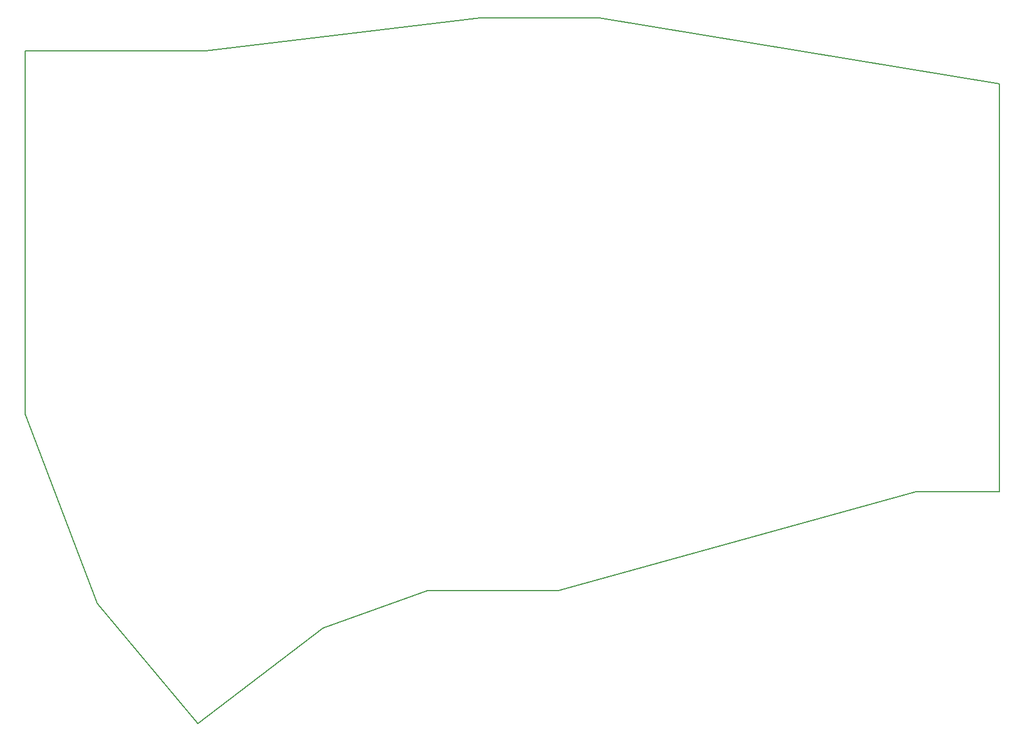
<source format=gbr>
%TF.GenerationSoftware,KiCad,Pcbnew,9.0.3*%
%TF.CreationDate,2025-09-27T17:44:53-06:00*%
%TF.ProjectId,right_connected,72696768-745f-4636-9f6e-6e6563746564,v1.0.0*%
%TF.SameCoordinates,Original*%
%TF.FileFunction,Profile,NP*%
%FSLAX46Y46*%
G04 Gerber Fmt 4.6, Leading zero omitted, Abs format (unit mm)*
G04 Created by KiCad (PCBNEW 9.0.3) date 2025-09-27 17:44:53*
%MOMM*%
%LPD*%
G01*
G04 APERTURE LIST*
%TA.AperFunction,Profile*%
%ADD10C,0.150000*%
%TD*%
G04 APERTURE END LIST*
D10*
X245928422Y-128822351D02*
X261226767Y-147054209D01*
X382600000Y-111900000D02*
X382600000Y-50100000D01*
X280171165Y-132547548D02*
X296000000Y-126900000D01*
X235000000Y-100100000D02*
X245928422Y-128822351D01*
X304000000Y-40100000D02*
X262400000Y-45100000D01*
X382600000Y-50100000D02*
X322000000Y-40100000D01*
X370000000Y-111900000D02*
X382600000Y-111900000D01*
X315800000Y-126900000D02*
X370000000Y-111900000D01*
X235000000Y-45100000D02*
X235000000Y-100100000D01*
X261226767Y-147054209D02*
X280171165Y-132547548D01*
X296000000Y-126900000D02*
X315800000Y-126900000D01*
X262400000Y-45100000D02*
X235000000Y-45100000D01*
X322000000Y-40100000D02*
X304000000Y-40100000D01*
M02*

</source>
